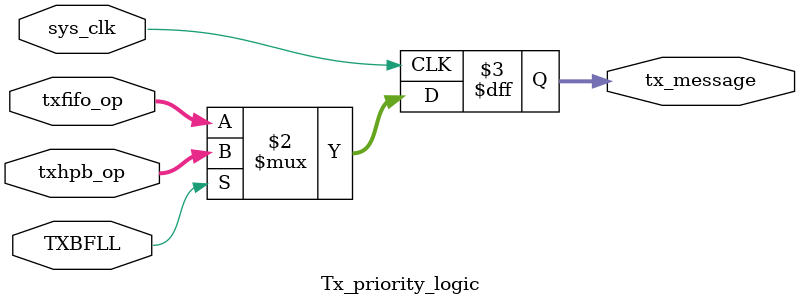
<source format=v>
`timescale 1ns / 1ps


module Tx_priority_logic(sys_clk,
txfifo_op,
txhpb_op,
tx_message,
TXBFLL);
   
input sys_clk;
input [127:0]txfifo_op;
input [127:0]txhpb_op;
input TXBFLL;
output reg [127:0]tx_message;

always @(posedge sys_clk)
begin

 tx_message <= TXBFLL ? txhpb_op : txfifo_op;

end

endmodule

  

</source>
